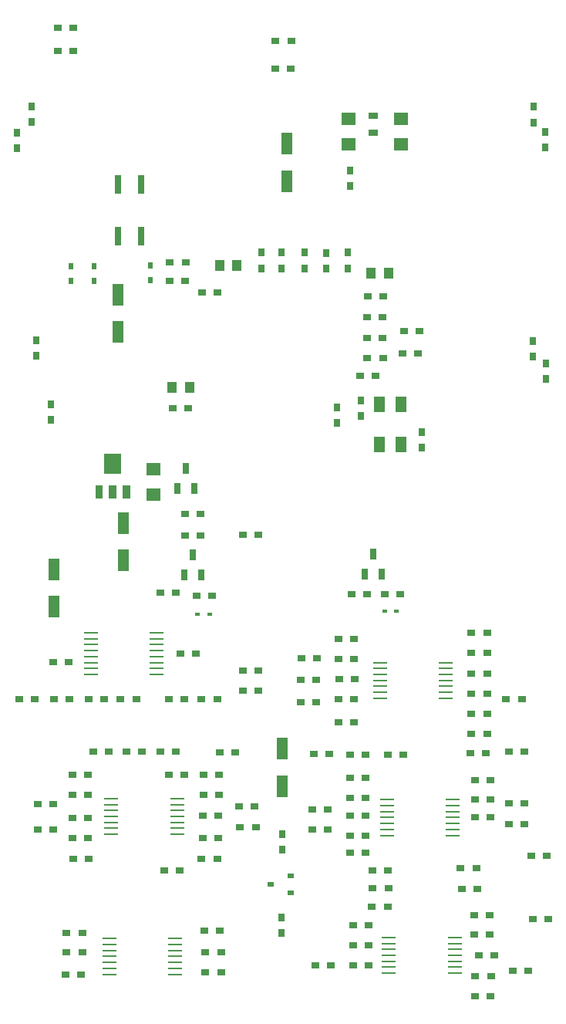
<source format=gtp>
G04 DipTrace 3.3.0.0*
G04 pachinko.GTP*
%MOIN*%
G04 #@! TF.FileFunction,Paste,Top*
G04 #@! TF.Part,Single*
%ADD79R,0.047118X0.066803*%
%ADD83R,0.019559X0.025465*%
%ADD85R,0.041213X0.027433*%
%ADD97R,0.03137X0.019559*%
%ADD99R,0.062866X0.007748*%
%ADD107R,0.003811X0.039244*%
%ADD109R,0.039244X0.003811*%
%ADD113R,0.019559X0.011685*%
%ADD115R,0.03137X0.047118*%
%ADD117R,0.03137X0.078614*%
%ADD119R,0.043181X0.051055*%
%ADD121R,0.035307X0.03137*%
%ADD123R,0.062866X0.054992*%
%ADD125R,0.047118X0.094362*%
%ADD127R,0.03137X0.035307*%
%FSLAX26Y26*%
G04*
G70*
G90*
G75*
G01*
G04 TopPaste*
%LPD*%
D127*
X1874257Y3938090D3*
Y4005020D3*
D125*
X1600390Y4118965D3*
Y3957547D3*
D123*
X2093072Y4225804D3*
Y4115568D3*
D127*
X1919415Y2944184D3*
Y3011113D3*
D123*
X1865992Y4228211D3*
Y4117975D3*
D127*
X2181915Y2873613D3*
Y2806684D3*
D121*
X1095013Y3606171D3*
X1161942D3*
X1947749Y3370619D3*
X2014678D3*
X1949244Y3460147D3*
X2016173D3*
D119*
X1963930Y3561362D3*
X2038734D3*
D125*
X869384Y3305957D3*
Y3467374D3*
D121*
X1299513Y3477102D3*
X1232584D3*
D127*
X1815944Y2981324D3*
Y2914395D3*
D123*
X1023177Y2714605D3*
Y2604369D3*
D119*
X1384719Y3594222D3*
X1309916D3*
D127*
X1770636Y3581273D3*
Y3648202D3*
D121*
X2106236Y3309122D3*
X2173165D3*
X2101031Y3213858D3*
X2167961D3*
X1173367Y2977392D3*
X1106438D3*
D119*
X1179131Y3067963D3*
X1104328D3*
D121*
X1138739Y1917505D3*
X1205668D3*
D125*
X1581684Y1344184D3*
Y1505601D3*
X894184Y2319184D3*
Y2480601D3*
D127*
X1490814Y3581684D3*
Y3648613D3*
D121*
X831684Y1494184D3*
X764755D3*
X656018Y1881684D3*
X589089D3*
D125*
X594184Y2281684D3*
Y2120266D3*
D127*
X1863150Y3581534D3*
Y3648463D3*
D121*
X1945597Y3279455D3*
X2012526D3*
X1890148Y1981684D3*
X1823219D3*
X1873219Y1056684D3*
X1940148D3*
X1890148Y1619184D3*
X1823219D3*
X2479869Y1287171D3*
X2412940D3*
X1302648Y1120402D3*
X1235719D3*
X673219Y1119184D3*
X740148D3*
D127*
X1578314Y3581684D3*
Y3648613D3*
D121*
X1315148Y627648D3*
X1248219D3*
D127*
X1678314Y3581684D3*
Y3648613D3*
D121*
X715148Y627648D3*
X648219D3*
X2398219Y1569184D3*
X2465148D3*
X1940148Y1381684D3*
X1873219D3*
X2398219Y1744184D3*
X2465148D3*
X1306684Y1306684D3*
X1239755D3*
X673219D3*
X740148D3*
X511113Y1719184D3*
X444184D3*
X1940148Y1215148D3*
X1873219D3*
X1894184Y1806684D3*
X1827255D3*
X740148Y1206684D3*
X673219D3*
X1302648Y1215148D3*
X1235719D3*
X1952648Y569184D3*
X1885719D3*
X1052255Y1494184D3*
X1119184D3*
D127*
X1577648Y777648D3*
Y710719D3*
D121*
X2560719Y1494184D3*
X2627648D3*
Y1269184D3*
X2560719D3*
X1410719Y1756684D3*
X1477648D3*
X1783144Y1482349D3*
X1716215D3*
X1377648Y1490148D3*
X1310719D3*
X1727648Y1706684D3*
X1660719D3*
D117*
X869184Y3719184D3*
X969184D3*
Y3943987D3*
X869184D3*
D115*
X1162678Y2717287D3*
X1200080Y2630673D3*
X1125277D3*
D113*
X2073104Y2098678D3*
X2021923D3*
X1266234Y2087356D3*
X1215052D3*
D109*
X1799117Y3073908D3*
Y3093593D3*
Y3113278D3*
Y3132963D3*
Y3152648D3*
Y3172333D3*
Y3192018D3*
Y3211703D3*
Y3231388D3*
Y3251073D3*
Y3270758D3*
Y3290444D3*
Y3310129D3*
Y3329814D3*
Y3349499D3*
Y3369184D3*
D107*
X1713038Y3454262D3*
X1693353D3*
X1673668D3*
X1653983D3*
X1634298D3*
X1614613D3*
X1594928D3*
X1575243D3*
X1555558D3*
X1535873D3*
X1516188D3*
X1496503D3*
X1476818D3*
X1457132D3*
X1437447D3*
X1417762D3*
D109*
X1333684Y3369184D3*
Y3349499D3*
Y3329814D3*
Y3310129D3*
Y3290444D3*
Y3270758D3*
Y3251073D3*
Y3231388D3*
Y3211703D3*
Y3192018D3*
Y3172333D3*
Y3152648D3*
Y3132963D3*
Y3113278D3*
Y3093593D3*
Y3073908D3*
D107*
X1417762Y2987829D3*
X1437447D3*
X1457132D3*
X1476818D3*
X1496503D3*
X1516188D3*
X1535873D3*
X1555558D3*
X1575243D3*
X1594928D3*
X1614613D3*
X1634298D3*
X1653983D3*
X1673668D3*
X1693353D3*
X1713038D3*
G36*
X831285Y2587910D2*
X862786D1*
Y2643027D1*
X831285D1*
Y2587910D1*
G37*
G36*
X890345D2*
X921846D1*
Y2643027D1*
X890345D1*
Y2587910D1*
G37*
G36*
X772224D2*
X803726D1*
Y2643027D1*
X772224D1*
Y2587910D1*
G37*
G36*
X811610Y2693423D2*
X882461D1*
Y2780035D1*
X811610D1*
Y2693423D1*
G37*
D99*
X751951Y2006252D3*
Y1980661D3*
Y1955071D3*
Y1929480D3*
Y1903890D3*
Y1878299D3*
Y1852709D3*
Y1827118D3*
X1035416D3*
Y1852709D3*
Y1878299D3*
Y1903890D3*
Y1929480D3*
Y1955071D3*
Y1980661D3*
Y2006252D3*
X2032947Y1285227D3*
Y1259636D3*
Y1234046D3*
Y1208455D3*
Y1182865D3*
Y1157274D3*
Y1131684D3*
X2316420D3*
X2316412Y1157274D3*
Y1182865D3*
Y1208455D3*
Y1234046D3*
Y1259636D3*
Y1285227D3*
X2004219Y1877955D3*
Y1852365D3*
Y1826774D3*
Y1801184D3*
Y1775593D3*
Y1750003D3*
Y1724412D3*
X2287692D3*
X2287684Y1750003D3*
Y1775593D3*
Y1801184D3*
Y1826774D3*
Y1852365D3*
Y1877955D3*
X841719Y1290455D3*
Y1264865D3*
Y1239274D3*
Y1213684D3*
Y1188093D3*
Y1162503D3*
Y1136912D3*
X1125192D3*
X1125184Y1162503D3*
Y1188093D3*
Y1213684D3*
Y1239274D3*
Y1264865D3*
Y1290455D3*
D97*
X1531684Y919184D3*
X1618298Y956585D3*
Y881782D3*
D99*
X2041719Y690455D3*
Y664865D3*
Y639274D3*
Y613684D3*
Y588093D3*
Y562503D3*
Y536912D3*
X2325192D3*
X2325184Y562503D3*
Y588093D3*
Y613684D3*
Y639274D3*
Y664865D3*
Y690455D3*
X832947Y685227D3*
Y659636D3*
Y634046D3*
Y608455D3*
Y582865D3*
Y557274D3*
Y531684D3*
X1116420D3*
X1116412Y557274D3*
Y582865D3*
Y608455D3*
Y634046D3*
Y659636D3*
Y685227D3*
D85*
X1973008Y4165915D3*
Y4240718D3*
D83*
X667499Y3527390D3*
Y3590382D3*
X1011450Y3529177D3*
Y3592169D3*
X766085Y3526684D3*
Y3589676D3*
D79*
X2094415Y2819184D3*
Y2992412D3*
X1999926D3*
Y2819184D3*
D115*
X1973713Y2346285D3*
X2011114Y2259671D3*
X1936311D3*
X1193510Y2343222D3*
X1230912Y2256608D3*
X1156109D3*
D121*
X1551646Y4561887D3*
X1618575D3*
X610719Y4619184D3*
X677648D3*
X610719Y4519184D3*
X677648D3*
X1615653Y4444646D3*
X1548724D3*
X1093047Y3525825D3*
X1159976D3*
X1948219Y3194184D3*
X2015148D3*
X1916370Y3115148D3*
X1983299D3*
D127*
X2717572Y4171097D3*
Y4104168D3*
X2665101Y4211693D3*
Y4278622D3*
X434069Y4167636D3*
Y4100707D3*
X496417Y4213686D3*
Y4280615D3*
X580297Y2925362D3*
Y2992291D3*
X517455Y3203492D3*
Y3270421D3*
X2661963Y3199836D3*
Y3266765D3*
X2720827Y3169176D3*
Y3102247D3*
D121*
X1226421Y2520590D3*
X1159492D3*
X1226543Y2427863D3*
X1159614D3*
X1879306Y2173283D3*
X1946235D3*
X1278243Y2168020D3*
X1211314D3*
X2089430Y2173945D3*
X2022501D3*
X1051882Y2178484D3*
X1118811D3*
X1777648Y1156684D3*
X1710719D3*
X1727978Y1802829D3*
X1661048D3*
X1728900Y1895451D3*
X1661971D3*
X2481684Y1369184D3*
X2414755D3*
X2560719Y1181684D3*
X2627648D3*
X661113Y1719184D3*
X594184D3*
X1777648Y1244184D3*
X1710719D3*
X1477648Y1844184D3*
X1410719D3*
X1408480Y2429512D3*
X1475409D3*
X1823219Y1894184D3*
X1890148D3*
X1940148Y1131684D3*
X1873219D3*
X1823219Y1719184D3*
X1890148D3*
X2413029Y1209041D3*
X2479958D3*
X1465148Y1165148D3*
X1398219D3*
X523219Y1156684D3*
X590148D3*
X1298613Y1031684D3*
X1231684D3*
X677255D3*
X744184D3*
X1156684Y1719184D3*
X1089755D3*
X881684D3*
X948613D3*
X2429912Y613510D3*
X2496841D3*
X2410768Y785504D3*
X2477697D3*
X2478072Y701875D3*
X2411143D3*
X2481866Y522778D3*
X2414937D3*
X744184Y1719184D3*
X811113D3*
X1231684D3*
X1298613D3*
X2423062Y898800D3*
X2356132D3*
X2664755Y769184D3*
X2731684D3*
X2465148Y1656684D3*
X2398219D3*
X1873219Y1294184D3*
X1940148D3*
X2465148Y1831684D3*
X2398219D3*
X1461113Y1256684D3*
X1394184D3*
X523219Y1265148D3*
X590148D3*
X1306684Y1394184D3*
X1239755D3*
X673219D3*
X740148D3*
X2548219Y1719184D3*
X2615148D3*
X1940148Y1481684D3*
X1873219D3*
X2398219Y1919184D3*
X2465148D3*
X2035159Y822118D3*
X1968230D3*
D127*
X1581684Y1136113D3*
Y1069184D3*
D121*
X1885719Y656684D3*
X1952648D3*
X2394470Y1485281D3*
X2461399D3*
X2037791Y1480303D3*
X2104720D3*
X2398219Y2006684D3*
X2465148D3*
X1156684Y1394184D3*
X1089755D3*
X973613Y1494184D3*
X906684D3*
X1952648Y744184D3*
X1885719D3*
X1970256Y978660D3*
X2037185D3*
X1136113Y981684D3*
X1069184D3*
X1244184Y719184D3*
X1311113D3*
X1248219Y540148D3*
X1315148D3*
X711113Y531684D3*
X644184D3*
X715148Y710719D3*
X648219D3*
X2656684Y1044184D3*
X2723613D3*
X2418457Y989043D3*
X2351527D3*
X2038517Y903944D3*
X1971588D3*
X2576415Y545740D3*
X2643344D3*
X2414139Y437741D3*
X2481068D3*
X1723219Y569184D3*
X1790148D3*
M02*

</source>
